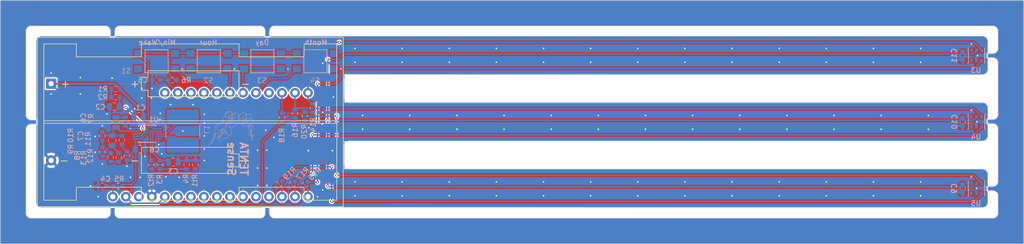
<source format=kicad_pcb>
(kicad_pcb (version 20221018) (generator pcbnew)
  (layers (0 "F.Cu" signal) (31 "B.Cu" signal) (34 "B.Paste" user) (35 "F.Paste" user) (36 "B.SilkS" user "B.Silkscreen") (37 "F.SilkS" user "F.Silkscreen") (38 "B.Mask" user) (39 "F.Mask" user) (44 "Edge.Cuts" user))
  (net 0 "")
  (net 1 "Vbatt")
  (net 2 "GND")
  (net 3 "!SHDN")
  (net 4 "Net-(U1-BURST)")
  (net 5 "Net-(U2-~{RESET})")
  (net 6 "Net-(U2-EN)")
  (net 7 "Net-(U1-FB)")
  (net 8 "Net-(C6-Pad2)")
  (net 9 "Net-(C7-Pad1)")
  (net 10 "VDD")
  (net 11 "Net-(U1-SW2)")
  (net 12 "Net-(U1-SW1)")
  (net 13 "Net-(R1-Pad2)")
  (net 14 "Net-(R3-Pad2)")
  (net 15 "Net-(U1-VC)")
  (net 16 "Net-(R8-Pad2)")
  (net 17 "SCL1")
  (net 18 "SDA1")
  (net 19 "SCL2")
  (net 20 "SDA2")
  (net 21 "SCL3")
  (net 22 "SDA3")
  (net 23 "Net-(Rt1-Pad1)")
  (net 24 "Net-(U1-RT)")
  (net 25 "MM")
  (net 26 "DD")
  (net 27 "HH")
  (net 28 "mm")
  (net 46 "Net-(R10-Pad1)")
  (net 47 "Net-(R11-Pad2)")
  (net 50 "Net-(R14-Pad1)")
  (footprint "Module:ESP32_Thing_Plus_C_hat" (layer "F.Cu") (at 35.330038 114.30004 -90)
    (fp_text reference "U2" hide)
    (fp_text value "THING_PLUS_LOGICAL" hide)
  )
  (footprint "Battery:BatteryHolder_Keystone_2462_2xAA_CM" (layer "F.Cu") (at 39.800038 101.10004)
    (fp_text reference "B1" hide)
    (fp_text value "2462")
  )
  (footprint "Resistor_SMD:R_0603_1608Metric" (layer "B.Cu") (at 59.3625 116.973 -90)
    (fp_text reference "Rt2")
    (fp_text value "4.7k" hide)
  )
  (footprint "Resistor_SMD:R_0603_1608Metric" (layer "B.Cu") (at 86.800038 120.80004 -135)
    (fp_text reference "R17")
    (fp_text value "10k" hide)
  )
  (footprint "Button:Button-CM" (layer "B.Cu") (at 80.950038 100.9765 180)
    (fp_text reference "S3")
    (fp_text value "TL3305AF160QG" hide)
  )
  (footprint "Capacitor_SMD:C_0603_1608Metric" (layer "B.Cu") (at 49.775 121.1 180)
    (fp_text reference "C4")
    (fp_text value "1u" hide)
  )
  (footprint "Capacitor_SMD:C_0805_2012Metric" (layer "B.Cu") (at 51.7 112.2 90)
    (fp_text reference "C7")
    (fp_text value "150p" hide)
  )
  (footprint "Resistor_SMD:R_0603_1608Metric" (layer "B.Cu") (at 89.300038 107.42504 90)
    (fp_text reference "R20")
    (fp_text value "0" hide)
  )
  (footprint "LOGO" (layer "B.Cu") (at 75 109.9 90)
    (fp_text reference "G***" hide)
    (fp_text value "LOGO" hide)
  )
  (footprint "Resistor_SMD:R_0603_1608Metric" (layer "B.Cu") (at 49.8 111.325 90)
    (fp_text reference "R10")
    (fp_text value "22k" hide)
  )
  (footprint "Capacitor_SMD:C_0603_1608Metric" (layer "B.Cu") (at 217.7 95.615 -90)
    (fp_text reference "C11")
    (fp_text value "100n" hide)
  )
  (footprint "Resistor_SMD:R_0603_1608Metric" (layer "B.Cu") (at 90.900038 105.90004 90)
    (fp_text reference "R14")
    (fp_text value "10k" hide)
  )
  (footprint "AHT20:PSON100P300X300X110-6N" (layer "B.Cu") (at 220.4 121.55 -90)
    (fp_text reference "U5")
    (fp_text value "AHT20" hide)
  )
  (footprint "Inductor_SMD:L_2424_6060Metric" (layer "B.Cu") (at 65.5 110.35 90)
    (fp_text reference "L1")
    (fp_text value "4.7u" hide)
  )
  (footprint "Resistor_SMD:R_0603_1608Metric" (layer "B.Cu") (at 63.475038 100.40004 180)
    (fp_text reference "R6")
    (fp_text value "10k" hide)
  )
  (footprint "Button:Button-CM" (layer "B.Cu") (at 60.300038 100.9765 180)
    (fp_text reference "S1")
    (fp_text value "TL3305AF160QG" hide)
  )
  (footprint "Resistor_SMD:R_0603_1608Metric" (layer "B.Cu") (at 52.375 103.75)
    (fp_text reference "R2")
    (fp_text value "100k" hide)
  )
  (footprint "Button:Button-CM" (layer "B.Cu") (at 70.500038 100.9765 180)
    (fp_text reference "S2")
    (fp_text value "TL3305AF160QG" hide)
  )
  (footprint "Resistor_SMD:R_0603_1608Metric" (layer "B.Cu") (at 67.95 116.948 90)
    (fp_text reference "Rt1")
    (fp_text value "82k" hide)
  )
  (footprint "Resistor_SMD:R_0603_1608Metric" (layer "B.Cu") (at 89.283401 120.916677 -135)
    (fp_text reference "R15")
    (fp_text value "10k" hide)
  )
  (footprint "Resistor_SMD:R_0603_1608Metric" (layer "B.Cu") (at 54.6 115.2 -90)
    (fp_text reference "R12")
    (fp_text value "100k" hide)
  )
  (footprint "Resistor_SMD:R_0603_1608Metric" (layer "B.Cu") (at 66.25 116.948 90)
    (fp_text reference "R4")
    (fp_text value "100k" hide)
  )
  (footprint "Capacitor_SMD:C_0805_2012Metric" (layer "B.Cu") (at 52.45 108.625 90)
    (fp_text reference "C6")
    (fp_text value "150p" hide)
  )
  (footprint "AHT20:PSON100P300X300X110-6N" (layer "B.Cu") (at 220.4 95.565 -90)
    (fp_text reference "U3")
    (fp_text value "AHT20" hide)
  )
  (footprint "Capacitor_SMD:C_0805_2012Metric" (layer "B.Cu") (at 56.9 107.5 180)
    (fp_text reference "C1")
    (fp_text value "4.7u" hide)
  )
  (footprint "Capacitor_SMD:C_0805_2012Metric" (layer "B.Cu") (at 57.2 113.9)
    (fp_text reference "C8")
    (fp_text value "22u" hide)
  )
  (footprint "LTC3532:MSOP-10_MS_LIT" (layer "B.Cu") (at 58.533652 110.87428 180)
    (fp_text reference "U1")
    (fp_text value "LTC3532EMS-PBF" hide)
  )
  (footprint "Resistor_SMD:R_0603_1608Metric" (layer "B.Cu") (at 84.283401 120.716677 -135)
    (fp_text reference "R19")
    (fp_text value "10k" hide)
  )
  (footprint "Resistor_SMD:R_0603_1608Metric" (layer "B.Cu") (at 53 115.5 90)
    (fp_text reference "R13")
    (fp_text value "1k" hide)
  )
  (footprint "Resistor_SMD:R_0603_1608Metric" (layer "B.Cu") (at 54.3 108.5 -90)
    (fp_text reference "R7")
    (fp_text value "12k" hide)
  )
  (footprint "Resistor_SMD:R_0603_1608Metric" (layer "B.Cu") (at 52.375 102.15 180)
    (fp_text reference "R1")
    (fp_text value "100k" hide)
  )
  (footprint "Resistor_SMD:R_0603_1608Metric" (layer "B.Cu") (at 61.0625 116.948 -90)
    (fp_text reference "R3")
    (fp_text value "100k" hide)
  )
  (footprint "Capacitor_SMD:C_0805_2012Metric" (layer "B.Cu") (at 63.65 116.448)
    (fp_text reference "C3")
    (fp_text value "0.01u" hide)
  )
  (footprint "Capacitor_SMD:C_0603_1608Metric" (layer "B.Cu") (at 217.7 121.575 -90)
    (fp_text reference "C9")
    (fp_text value "100n" hide)
  )
  (footprint "Capacitor_SMD:C_0603_1608Metric" (layer "B.Cu") (at 217.700038 108.55004 -90)
    (fp_text reference "C10")
    (fp_text value "100n" hide)
  )
  (footprint "Resistor_SMD:R_0603_1608Metric" (layer "B.Cu") (at 84.860038 107.70004 90)
    (fp_text reference "R18")
    (fp_text value "10k" hide)
  )
  (footprint "Button:Button-CM" (layer "B.Cu") (at 91.300038 100.9765 180)
    (fp_text reference "S4")
    (fp_text value "TL3305AF160QG" hide)
  )
  (footprint "Capacitor_SMD:C_0805_2012Metric" (layer "B.Cu") (at 52.15 105.55 180)
    (fp_text reference "C2")
    (fp_text value "4.7n" hide)
  )
  (footprint "AHT20:PSON100P300X300X110-6N" (layer "B.Cu") (at 220.400038 108.55004 -90)
    (fp_text reference "U4")
    (fp_text value "AHT20" hide)
  )
  (footprint "Capacitor_SMD:C_0603_1608Metric" (layer "B.Cu") (at 60.300038 100.40004 180)
    (fp_text reference "C5")
    (fp_text value "1u" hide)
  )
  (footprint "Resistor_SMD:R_0603_1608Metric" (layer "B.Cu") (at 53.6 112.1 -90)
    (fp_text reference "R11")
    (fp_text value "100k" hide)
  )
  (footprint "Resistor_SMD:R_0603_1608Metric" (layer "B.Cu") (at 49.8 114.45 90)
    (fp_text reference "R9")
    (fp_text value "150k" hide)
  )
  (footprint "Resistor_SMD:R_0603_1608Metric" (layer "B.Cu") (at 52.875 121.1 180)
    (fp_text reference "R5")
    (fp_text value "10k" hide)
  )
  (footprint "Resistor_SMD:R_0603_1608Metric" (layer "B.Cu") (at 51.4 115.5 90)
    (fp_text reference "R8")
    (fp_text value "150k" hide)
  )
  (footprint "Resistor_SMD:R_0603_1608Metric" (layer "B.Cu") (at 87.400038 106.92504 90)
    (fp_text reference "R16")
    (fp_text value "10k" hide)
  )
  (gr_arc (start 224.6 94.2) (mid 224.307107 94.907107) (end 223.6 95.2) (stroke (width 0.1)) (layer "Edge.Cuts"))
  (gr_arc (start 224.6 107.1) (mid 224.307107 107.807107) (end 223.6 108.1) (stroke (width 0.1)) (layer "Edge.Cuts"))
  (gr_line (start 83.8 125.3) (end 221.600038 125.30004) (stroke (width 0.1)) (layer "Edge.Cuts"))
  (gr_arc (start 97.000038 113.30004) (mid 97.292931 112.592933) (end 98.000038 112.30004) (stroke (width 0.1)) (layer "Edge.Cuts"))
  (gr_line (start 223.6 121.2) (end 223.6 121.2) (stroke (width 0.1)) (layer "Edge.Cuts"))
  (gr_line (start 222.6 106.7) (end 222.6 108.1) (stroke (width 0.1)) (layer "Edge.Cuts"))
  (gr_line (start 222.6 96) (end 222.6 97.4) (stroke (width 0.1)) (layer "Edge.Cuts"))
  (gr_rect (start 29.9 84.8) (end 229.6 132.4) (stroke (width 0.1)) (fill none) (layer "Edge.Cuts"))
  (gr_arc (start 221.6 91.8) (mid 222.307107 92.092893) (end 222.6 92.8) (stroke (width 0.1)) (layer "Edge.Cuts"))
  (gr_line (start 222.6 92.8) (end 222.6 92.8) (stroke (width 0.1)) (layer "Edge.Cuts"))
  (gr_arc (start 224.6 120.2) (mid 224.307107 120.907107) (end 223.6 121.2) (stroke (width 0.1)) (layer "Edge.Cuts"))
  (gr_line (start 36.9 105.8) (end 36.9 106.8) (stroke (width 0.1)) (layer "Edge.Cuts"))
  (gr_line (start 51.4 126.4) (end 51.4 126.3) (stroke (width 0.1)) (layer "Edge.Cuts"))
  (gr_line (start 224.6 105.7) (end 224.6 98.4) (stroke (width 0.1)) (layer "Edge.Cuts"))
  (gr_line (start 81.6 125.3) (end 81.6 126.3) (stroke (width 0.1)) (layer "Edge.Cuts"))
  (gr_line (start 223.6 108.9) (end 223.6 108.9) (stroke (width 0.1)) (layer "Edge.Cuts"))
  (gr_arc (start 223.6 96) (mid 224.307107 96.292893) (end 224.6 97) (stroke (width 0.1)) (layer "Edge.Cuts"))
  (gr_line (start 84.8 127.4) (end 83.4 127.4) (stroke (width 0.1)) (layer "Edge.Cuts"))
  (gr_line (start 224.6 126.4) (end 224.6 124.4) (stroke (width 0.1)) (layer "Edge.Cuts"))
  (gr_line (start 222.6 122) (end 223.6 122) (stroke (width 0.1)) (layer "Edge.Cuts"))
  (gr_arc (start 53.2 127.4) (mid 52.492893 127.107107) (end 52.2 126.4) (stroke (width 0.1)) (layer "Edge.Cuts"))
  (gr_arc (start 97.000038 100.3) (mid 97.292934 99.592907) (end 98.000038 99.3) (stroke (width 0.1)) (layer "Edge.Cuts"))
  (gr_line (start 35.9 89.8) (end 49 89.8) (stroke (width 0.1)) (layer "Edge.Cuts"))
  (gr_line (start 84.8 91.8) (end 83.8 91.8) (stroke (width 0.1)) (layer "Edge.Cuts"))
  (gr_arc (start 80.6 89.8) (mid 81.307107 90.092893) (end 81.6 90.8) (stroke (width 0.1)) (layer "Edge.Cuts"))
  (gr_line (start 222.6 106.7) (end 222.6 105.8) (stroke (width 0.1)) (layer "Edge.Cuts"))
  (gr_line (start 36.9 124.3) (end 36.9 111.4) (stroke (width 0.1)) (layer "Edge.Cuts"))
  (gr_line (start 79.2 125.3) (end 80.2 125.3) (stroke (width 0.1)) (layer "Edge.Cuts"))
  (gr_arc (start 98.000038 117.80004) (mid 97.292931 117.507147) (end 97.000038 116.80004) (stroke (width 0.1)) (layer "Edge.Cuts"))
  (gr_line (start 81.6 126.4) (end 81.6 126.3) (stroke (width 0.1)) (layer "Edge.Cuts"))
  (gr_line (start 34.9 110) (end 34.9 111.4) (stroke (width 0.1)) (layer "Edge.Cuts"))
  (gr_line (start 51.4 90.8) (end 51.4 91.8) (stroke (width 0.1)) (layer "Edge.Cuts"))
  (gr_line (start 36.9 109) (end 35.9 109) (stroke (width 0.1)) (layer "Edge.Cuts"))
  (gr_line (start 222.6 121.2) (end 223.6 121.2) (stroke (width 0.1)) (layer "Edge.Cuts"))
  (gr_arc (start 223.6 89.8) (mid 224.307107 90.092893) (end 224.6 90.8) (stroke (width 0.1)) (layer "Edge.Cuts"))
  (gr_line (start 224.6 120.2) (end 224.6 118.8) (stroke (width 0.1)) (layer "Edge.Cuts"))
  (gr_line (start 35.9 108.2) (end 35.9 108.2) (stroke (width 0.1)) (layer "Edge.Cuts"))
  (gr_line (start 98.000038 112.30004) (end 221.600038 112.30004) (stroke (width 0.1)) (layer "Edge.Cuts"))
  (gr_line (start 222.6 108.9) (end 222.6 110.3) (stroke (width 0.1)) (layer "Edge.Cuts"))
  (gr_line (start 223.6 108.1) (end 223.6 108.1) (stroke (width 0.1)) (layer "Edge.Cuts"))
  (gr_line (start 52.2 90.8) (end 52.2 91.8) (stroke (width 0.1)) (layer "Edge.Cuts"))
  (gr_line (start 84.8 91.8) (end 221.6 91.8) (stroke (width 0.1)) (layer "Edge.Cuts"))
  (gr_line (start 223.6 122) (end 223.6 122) (stroke (width 0.1)) (layer "Edge.Cuts"))
  (gr_line (start 36.9 111.4) (end 36.9 110.4) (stroke (width 0.1)) (layer "Edge.Cuts"))
  (gr_line (start 34.9 105.8) (end 34.9 90.8) (stroke (width 0.1)) (layer "Edge.Cuts"))
  (gr_line (start 223.6 95.2) (end 222.6 95.2) (stroke (width 0.1)) (layer "Edge.Cuts"))
  (gr_line (start 83.8 125.3) (end 82.4 125.3) (stroke (width 0.1)) (layer "Edge.Cuts"))
  (gr_line (start 52.2 90.8) (end 52.2 90.8) (stroke (width 0.1)) (layer "Edge.Cuts"))
  (gr_line (start 35.9 127.4) (end 49 127.4) (stroke (width 0.1)) (layer "Edge.Cuts"))
  (gr_line (start 224.6 97) (end 224.6 98.4) (stroke (width 0.1)) (layer "Edge.Cuts"))
  (gr_line (start 54.6 91.8) (end 53.6 91.8) (stroke (width 0.1)) (layer "Edge.Cuts"))
  (gr_arc (start 34.9 110) (mid 35.192893 109.292893) (end 35.9 109) (stroke (width 0.1)) (layer "Edge.Cuts"))
  (gr_line (start 82.4 126.3) (end 82.4 126.4) (stroke (width 0.1)) (layer "Edge.Cuts"))
  (gr_line (start 35.9 109) (end 35.9 109) (stroke (width 0.1)) (layer "Edge.Cuts"))
  (gr_line (start 221.6 99.3) (end 98.000038 99.3) (stroke (width 0.1)) (layer "Edge.Cuts"))
  (gr_line (start 49 91.8) (end 37.9 91.8) (stroke (width 0.1)) (layer "Edge.Cuts"))
  (gr_line (start 36.9 108.2) (end 36.9 106.8) (stroke (width 0.1)) (layer "Edge.Cuts"))
  (gr_line (start 80.6 89.8) (end 79.2 89.8) (stroke (width 0.1)) (layer "Edge.Cuts"))
  (gr_line (start 80.6 127.4) (end 79.2 127.4) (stroke (width 0.1)) (layer "Edge.Cuts"))
  (gr_line (start 50.4 89.8) (end 49 89.8) (stroke (width 0.1)) (layer "Edge.Cuts"))
  (gr_line (start 224.6 92.8) (end 224.6 94.2) (stroke (width 0.1)) (layer "Edge.Cuts"))
  (gr_line (start 222.6 118.8) (end 222.6 119.8) (stroke (width 0.1)) (layer "Edge.Cuts"))
  (gr_line (start 222.6 92.8) (end 222.6 93.8) (stroke (width 0.1)) (layer "Edge.Cuts"))
  (gr_line (start 54.6 127.4) (end 79.2 127.4) (stroke (width 0.1)) (layer "Edge.Cuts"))
  (gr_line (start 52.2 125.3) (end 52.2 126.3) (stroke (width 0.1)) (layer "Edge.Cuts"))
  (gr_line (start 54.6 89.8) (end 79.2 89.8) (stroke (width 0.1)) (layer "Edge.Cuts"))
  (gr_line (start 79.2 125.3) (end 54.6 125.3) (stroke (width 0.1)) (layer "Edge.Cuts"))
  (gr_line (start 84.8 127.4) (end 223.6 127.4) (stroke (width 0.1)) (layer "Edge.Cuts"))
  (gr_line (start 97.000038 116.80004) (end 97.000038 113.30004) (stroke (width 0.1)) (layer "Edge.Cuts"))
  (gr_arc (start 52.2 90.8) (mid 52.492893 90.092893) (end 53.2 89.8) (stroke (width 0.1)) (layer "Edge.Cuts"))
  (gr_arc (start 222.600038 124.30004) (mid 222.307145 125.007147) (end 221.600038 125.30004) (stroke (width 0.1)) (layer "Edge.Cuts"))
  (gr_line (start 224.6 124.4) (end 224.6 123) (stroke (width 0.1)) (layer "Edge.Cuts"))
  (gr_line (start 49 91.8) (end 50 91.8) (stroke (width 0.1)) (layer "Edge.Cuts"))
  (gr_line (start 224.6 111.3) (end 224.6 118.8) (stroke (width 0.1)) (layer "Edge.Cuts"))
  (gr_line (start 36.9 92.8) (end 36.9 105.8) (stroke (width 0.1)) (layer "Edge.Cuts"))
  (gr_line (start 222.6 119.8) (end 222.6 121.2) (stroke (width 0.1)) (layer "Edge.Cuts"))
  (gr_line (start 222.6 95.2) (end 222.6 93.8) (stroke (width 0.1)) (layer "Edge.Cuts"))
  (gr_line (start 52.2 126.3) (end 52.2 126.4) (stroke (width 0.1)) (layer "Edge.Cuts"))
  (gr_line (start 80.2 125.3) (end 81.6 125.3) (stroke (width 0.1)) (layer "Edge.Cuts"))
  (gr_line (start 222.6 118.8) (end 222.6 118.8) (stroke (width 0.1)) (layer "Edge.Cuts"))
  (gr_line (start 81.6 91.8) (end 80.2 91.8) (stroke (width 0.1)) (layer "Edge.Cuts"))
  (gr_line (start 221.600038 104.80004) (end 98.000038 104.80004) (stroke (width 0.1)) (layer "Edge.Cuts"))
  (gr_line (start 223.6 95.2) (end 223.6 95.2) (stroke (width 0.1)) (layer "Edge.Cuts"))
  (gr_line (start 82.4 90.8) (end 82.4 90.8) (stroke (width 0.1)) (layer "Edge.Cuts"))
  (gr_line (start 36.9 110.4) (end 36.9 109) (stroke (width 0.1)) (layer "Edge.Cuts"))
  (gr_line (start 51.4 90.8) (end 51.4 90.8) (stroke (width 0.1)) (layer "Edge.Cuts"))
  (gr_line (start 223.6 96) (end 222.6 96) (stroke (width 0.1)) (layer "Edge.Cuts"))
  (gr_arc (start 35.9 108.2) (mid 35.192893 107.907107) (end 34.9 107.2) (stroke (width 0.1)) (layer "Edge.Cuts"))
  (gr_arc (start 221.6 104.8) (mid 222.307107 105.092893) (end 222.6 105.8) (stroke (width 0.1)) (layer "Edge.Cuts"))
  (gr_arc (start 34.9 90.8) (mid 35.192893 90.092893) (end 35.9 89.8) (stroke (width 0.1)) (layer "Edge.Cuts"))
  (gr_line (start 52.2 125.3) (end 53.6 125.3) (stroke (width 0.1)) (layer "Edge.Cuts"))
  (gr_arc (start 81.6 126.4) (mid 81.307107 127.107107) (end 80.6 127.4) (stroke (width 0.1)) (layer "Edge.Cuts"))
  (gr_line (start 51.4 125.3) (end 51.4 126.3) (stroke (width 0.1)) (layer "Edge.Cuts"))
  (gr_line (start 223.6 108.1) (end 222.6 108.1) (stroke (width 0.1)) (layer "Edge.Cuts"))
  (gr_line (start 223.6 89.8) (end 84.8 89.8) (stroke (width 0.1)) (layer "Edge.Cuts"))
  (gr_line (start 222.6 123.4) (end 222.600038 124.30004) (stroke (width 0.1)) (layer "Edge.Cuts"))
  (gr_line (start 35.9 108.2) (end 36.9 108.2) (stroke (width 0.1)) (layer "Edge.Cuts"))
  (gr_arc (start 223.6 108.9) (mid 224.307107 109.192893) (end 224.6 109.9) (stroke (width 0.1)) (layer "Edge.Cuts"))
  (gr_line (start 84.8 89.8) (end 83.4 89.8) (stroke (width 0.1)) (layer "Edge.Cuts"))
  (gr_arc (start 222.6 98.3) (mid 222.307107 99.007107) (end 221.6 99.3) (stroke (width 0.1)) (layer "Edge.Cuts"))
  (gr_line (start 82.4 125.3) (end 82.4 126.3) (stroke (width 0.1)) (layer "Edge.Cuts"))
  (gr_arc (start 51.4 126.4) (mid 51.107107 127.107107) (end 50.4 127.4) (stroke (width 0.1)) (layer "Edge.Cuts"))
  (gr_line (start 221.6 117.8) (end 98.000038 117.80004) (stroke (width 0.1)) (layer "Edge.Cuts"))
  (gr_arc (start 222.6 111.3) (mid 222.307107 112.007107) (end 221.6 112.3) (stroke (width 0.1)) (layer "Edge.Cuts"))
  (gr_line (start 50 91.8) (end 51.4 91.8) (stroke (width 0.1)) (layer "Edge.Cuts"))
  (gr_line (start 222.6 97.4) (end 222.6 98.3) (stroke (width 0.1)) (layer "Edge.Cuts"))
  (gr_arc (start 98.000038 104.80004) (mid 97.292931 104.507147) (end 97.000038 103.80004) (stroke (width 0.1)) (layer "Edge.Cuts"))
  (gr_line (start 81.6 90.8) (end 81.6 91.8) (stroke (width 0.1)) (layer "Edge.Cuts"))
  (gr_line (start 54.6 125.3) (end 53.6 125.3) (stroke (width 0.1)) (layer "Edge.Cuts"))
  (gr_arc (start 221.6 117.8) (mid 222.307107 118.092893) (end 222.6 118.8) (stroke (width 0.1)) (layer "Edge.Cuts"))
  (gr_arc (start 82.4 90.8) (mid 82.692893 90.092893) (end 83.4 89.8) (stroke (width 0.1)) (layer "Edge.Cuts"))
  (gr_line (start 81.6 90.8) (end 81.6 90.8) (stroke (width 0.1)) (layer "Edge.Cuts"))
  (gr_line (start 222.6 111.3) (end 222.6 111.3) (stroke (width 0.1)) (layer "Edge.Cuts"))
  (gr_line (start 79.2 91.8) (end 54.6 91.8) (stroke (width 0.1)) (layer "Edge.Cuts"))
  (gr_line (start 223.6 108.9) (end 222.6 108.9) (stroke (width 0.1)) (layer "Edge.Cuts"))
  (gr_line (start 34.9 111.4) (end 34.9 126.4) (stroke (width 0.1)) (layer "Edge.Cuts"))
  (gr_arc (start 83.4 127.4) (mid 82.692893 127.107107) (end 82.4 126.4) (stroke (width 0.1)) (layer "Edge.Cuts"))
  (gr_line (start 222.6 110.3) (end 222.6 111.3) (stroke (width 0.1)) (layer "Edge.Cuts"))
  (gr_arc (start 223.6 122) (mid 224.307107 122.292893) (end 224.6 123) (stroke (width 0.1)) (layer "Edge.Cuts"))
  (gr_line (start 222.6 122) (end 222.6 123.4) (stroke (width 0.1)) (layer "Edge.Cuts"))
  (gr_line (start 49 125.3) (end 50 125.3) (stroke (width 0.1)) (layer "Edge.Cuts"))
  (gr_line (start 50 125.3) (end 51.4 125.3) (stroke (width 0.1)) (layer "Edge.Cuts"))
  (gr_line (start 52.2 91.8) (end 53.6 91.8) (stroke (width 0.1)) (layer "Edge.Cuts"))
  (gr_line (start 83.8 91.8) (end 82.4 91.8) (stroke (width 0.1)) (layer "Edge.Cuts"))
  (gr_line (start 49 125.3) (end 37.9 125.3) (stroke (width 0.1)) (layer "Edge.Cuts"))
  (gr_arc (start 35.9 127.4) (mid 35.192893 127.107107) (end 34.9 126.4) (stroke (width 0.1)) (layer "Edge.Cuts"))
  (gr_line (start 54.6 127.4) (end 53.2 127.4) (stroke (width 0.1)) (layer "Edge.Cuts"))
  (gr_line (start 80.2 91.8) (end 79.2 91.8) (stroke (width 0.1)) (layer "Edge.Cuts"))
  (gr_line (start 224.6 107.1) (end 224.6 105.7) (stroke (width 0.1)) (layer "Edge.Cuts"))
  (gr_line (start 34.9 105.8) (end 34.9 107.2) (stroke (width 0.1)) (layer "Edge.Cuts"))
  (gr_arc (start 37.9 125.3) (mid 37.192893 125.007107) (end 36.9 124.3) (stroke (width 0.1)) (layer "Edge.Cuts"))
  (gr_line (start 224.6 92.8) (end 224.6 90.8) (stroke (width 0.1)) (layer "Edge.Cuts"))
  (gr_arc (start 224.6 126.4) (mid 224.307107 127.107107) (end 223.6 127.4) (stroke (width 0.1)) (layer "Edge.Cuts"))
  (gr_line (start 50.4 127.4) (end 49 127.4) (stroke (width 0.1)) (layer "Edge.Cuts"))
  (gr_arc (start 36.9 92.8) (mid 37.192893 92.092893) (end 37.9 91.8) (stroke (width 0.1)) (layer "Edge.Cuts"))
  (gr_line (start 54.6 89.8) (end 53.2 89.8) (stroke (width 0.1)) (layer "Edge.Cuts"))
  (gr_line (start 224.6 111.3) (end 224.6 109.9) (stroke (width 0.1)) (layer "Edge.Cuts"))
  (gr_arc (start 50.4 89.8) (mid 51.107107 90.092893) (end 51.4 90.8) (stroke (width 0.1)) (layer "Edge.Cuts"))
  (gr_line (start 97.000038 103.80004) (end 97.000038 100.3) (stroke (width 0.1)) (layer "Edge.Cuts"))
  (gr_line (start 82.4 91.8) (end 82.4 90.8) (stroke (width 0.1)) (layer "Edge.Cuts"))
  (gr_text "Min/Wake" (at 60.5 93.6) (layer "B.SilkS") (effects (font (size 1 1)) (justify bottom mirror)))
  (gr_text "Hour" (at 70.500038 93.6) (layer "B.SilkS") (effects (font (size 1 1)) (justify bottom mirror)))
  (gr_text "TENTA\nSense" (at 76.2 115.8 -90) (layer "B.SilkS") (effects (font (size 1.5 1.5) (thickness 0.3) bold) (justify mirror)))
  (gr_text "Day" (at 81.000038 93.6) (layer "B.SilkS") (effects (font (size 1 1)) (justify bottom mirror)))
  (gr_text "Month" (at 91.5 93.6) (layer "B.SilkS") (effects (font (size 1 1)) (justify bottom mirror)))
  (segment (start 41.8 103.100002) (end 39.800038 101.10004) (width 0.254) (layer "F.Cu") (net 1))
  (segment (start 62.000038 123.19004) (end 60.733238 124.45684) (width 0.254) (layer "F.Cu") (net 1))
  (segment (start 41.8 119.7) (end 41.8 103.100002) (width 0.254) (layer "F.Cu") (net 1))
  (segment (start 46.55684 124.45684) (end 41.8 119.7) (width 0.254) (layer "F.Cu") (net 1))
  (segment (start 60.733238 124.45684) (end 46.55684 124.45684) (width 0.254) (layer "F.Cu") (net 1))
  (segment (start 52.18999 101.10004) (end 57.85 106.76005) (width 0.4) (layer "B.Cu") (net 1))
  (segment (start 57.85 106.76005) (end 57.85 107.5) (width 0.4) (layer "B.Cu") (net 1))
  (segment (start 58.288538 110.363694) (end 58.288538 107.938538) (width 0.254) (layer "B.Cu") (net 1))
  (segment (start 39.800038 101.10004) (end 52.18999 101.10004) (width 0.4) (layer "B.Cu") (net 1))
  (segment (start 57.277572 111.37466) (end 58.288538 110.363694) (width 0.254) (layer "B.Cu") (net 1))
  (segment (start 56.317502 111.37466) (end 57.277572 111.37466) (width 0.254) (layer "B.Cu") (net 1))
  (segment (start 58.288538 107.938538) (end 57.85 107.5) (width 0.254) (layer "B.Cu") (net 1))
  (segment (start 92.800038 108.92654) (end 92.713288 109.01329) (width 0.254) (layer "F.Cu") (net 2))
  (segment (start 92.800038 121.85004) (end 92.800038 109.10004) (width 0.254) (layer "F.Cu") (net 2))
  (segment (start 92.800038 109.10004) (end 92.713288 109.01329) (width 0.254) (layer "F.Cu") (net 2))
  (segment (start 92.800038 106.699962) (end 92.8 106.7) (width 0.254) (layer "F.Cu") (net 2))
  (segment (start 92.800038 97.10004) (end 92.800038 106.699962) (width 0.254) (layer "F.Cu") (net 2))
  (segment (start 92.8 106.7) (end 92.800038 106.700038) (width 0.254) (layer "F.Cu") (net 2))
  (segment (start 92.800038 106.700038) (end 92.800038 108.92654) (width 0.254) (layer "F.Cu") (net 2))
  (via (at 172.7 120.3) (size 0.6) (drill 0.3) (layers "F.Cu" "B.Cu") (net 2))
  (via (at 54.6 117.2) (size 0.6) (drill 0.3) (layers "F.Cu" "B.Cu") (net 2))
  (via (at 99.1 120.3) (size 0.6) (drill 0.3) (layers "F.Cu" "B.Cu") (net 2))
  (via (at 94.7 114.2) (size 0.6) (drill 0.3) (layers "F.Cu" "B.Cu") (net 2))
  (via (at 163.5 94.2) (size 0.6) (drill 0.3) (layers "F.Cu" "B.Cu") (net 2))
  (via (at 59.4 103.9) (size 0.6) (drill 0.3) (layers "F.Cu" "B.Cu") (net 2))
  (via (at 108.3 96.9) (size 0.6) (drill 0.3) (layers "F.Cu" "B.Cu") (net 2))
  (via (at 100.599962 110) (size 0.6) (drill 0.3) (layers "F.Cu" "B.Cu") (net 2))
  (via (at 45.5 99.9) (size 0.6) (drill 0.3) (layers "F.Cu" "B.Cu") (net 2))
  (via (at 61.4 114.8) (size 0.6) (drill 0.3) (layers "F.Cu" "B.Cu") (net 2))
  (via (at 92.8 106.7) (size 0.6) (drill 0.3) (layers "F.Cu" "B.Cu") (net 2))
  (via (at 80.1 114.1) (size 0.6) (drill 0.3) (layers "F.Cu" "B.Cu") (net 2))
  (via (at 47.5 121.1) (size 0.6) (drill 0.3) (layers "F.Cu" "B.Cu") (net 2))
  (via (at 117.5 123) (size 0.6) (drill 0.3) (layers "F.Cu" "B.Cu") (net 2))
  (via (at 135.9 123) (size 0.6) (drill 0.3) (layers "F.Cu" "B.Cu") (net 2))
  (via (at 56.1 106) (size 0.6) (drill 0.3) (layers "F.Cu" "B.Cu") (net 2))
  (via (at 210.999962 107.3) (size 0.6) (drill 0.3) (layers "F.Cu" "B.Cu") (net 2))
  (via (at 67.5 105.2) (size 0.6) (drill 0.3) (layers "F.Cu" "B.Cu") (net 2))
  (via (at 69.7 111.3) (size 0.6) (drill 0.3) (layers "F.Cu" "B.Cu") (net 2))
  (via (at 181.9 120.3) (size 0.6) (drill 0.3) (layers "F.Cu" "B.Cu") (net 2))
  (via (at 145.1 120.3) (size 0.6) (drill 0.3) (layers "F.Cu" "B.Cu") (net 2))
  (via (at 69.7 108.8) (size 0.6) (drill 0.3) (layers "F.Cu" "B.Cu") (net 2))
  (via (at 200.3 96.9) (size 0.6) (drill 0.3) (layers "F.Cu" "B.Cu") (net 2))
  (via (at 92.713288 109.01329) (size 0.6) (drill 0.3) (layers "F.Cu" "B.Cu") (net 2))
  (via (at 49.8 116.8) (size 0.6) (drill 0.3) (layers "F.Cu" "B.Cu") (net 2))
  (via (at 146.599962 107.3) (size 0.6) (drill 0.3) (layers "F.Cu" "B.Cu") (net 2))
  (via (at 192.599962 107.3) (size 0.6) (drill 0.3) (layers "F.Cu" "B.Cu") (net 2))
  (via (at 181.9 96.9) (size 0.6) (drill 0.3) (layers "F.Cu" "B.Cu") (net 2))
  (via (at 163.5 96.9) (size 0.6) (drill 0.3) (layers "F.Cu" "B.Cu") (net 2))
  (via (at 200.3 120.3) (size 0.6) (drill 0.3) (layers "F.Cu" "B.Cu") (net 2))
  (via (at 154.3 94.2) (size 0.6) (drill 0.3) (layers "F.Cu" "B.Cu") (net 2))
  (via (at 191.1 94.2) (size 0.6) (drill 0.3) (layers "F.Cu" "B.Cu") (net 2))
  (via (at 146.599962 110) (size 0.6) (drill 0.3) (layers "F.Cu" "B.Cu") (net 2))
  (via (at 201.799962 107.3) (size 0.6) (drill 0.3) (layers "F.Cu" "B.Cu") (net 2))
  (via (at 81.7 110.2) (size 0.6) (drill 0.3) (layers "F.Cu" "B.Cu") (net 2))
  (via (at 191.1 120.3) (size 0.6) (drill 0.3) (layers "F.Cu" "B.Cu") (net 2))
  (via (at 192.599962 110) (size 0.6) (drill 0.3) (layers "F.Cu" "B.Cu") (net 2))
  (via (at 172.7 96.9) (size 0.6) (drill 0.3) (layers "F.Cu" "B.Cu") (net 2))
  (via (at 48.4 111.4) (size 0.6) (drill 0.3) (layers "F.Cu" "B.Cu") (net 2))
  (via (at 154.3 120.3) (size 0.6) (drill 0.3) (layers "F.Cu" "B.Cu") (net 2))
  (via (at 209.5 96.9) (size 0.6) (drill 0.3) (layers "F.Cu" "B.Cu") (net 2))
  (via (at 91.8 123.2) (size 0.6) (drill 0.3) (layers "F.Cu" "B.Cu") (net 2))
  (via (at 155.799962 107.3) (size 0.6) (drill 0.3) (layers "F.Cu" "B.Cu") (net 2))
  (via (at 108.3 123) (size 0.6) (drill 0.3) (layers "F.Cu" "B.Cu") (net 2))
  (via (at 135.9 96.9) (size 0.6) (drill 0.3) (layers "F.Cu" "B.Cu") (net 2))
  (via (at 81.9 114.1) (size 0.6) (drill 0.3) (layers "F.Cu" "B.Cu") (net 2))
  (via (at 55.3 119.4) (size 0.6) (drill 0.3) (layers "F.Cu" "B.Cu") (net 2))
  (via (at 128.199962 110) (size 0.6) (drill 0.3) (layers "F.Cu" "B.Cu") (net 2))
  (via (at 200.3 123) (size 0.6) (drill 0.3) (layers "F.Cu" "B.Cu") (net 2))
  (via (at 145.1 123) (size 0.6) (drill 0.3) (layers "F.Cu" "B.Cu") (net 2))
  (via (at 61.1 106.9) (size 0.6) (drill 0.3) (layers "F.Cu" "B.Cu") (net 2))
  (via (at 60.8 113) (size 0.6) (drill 0.3) (layers "F.Cu" "B.Cu") (net 2))
  (via (at 174.199962 110) (size 0.6) (drill 0.3) (layers "F.Cu" "B.Cu") (net 2))
  (via (at 64.8 119.4) (size 0.6) (drill 0.3) (layers "F.Cu" "B.Cu") (net 2))
  (via (at 59.5 102) (size 0.6) (drill 0.3) (layers "F.Cu" "B.Cu") (net 2))
  (via (at 210.999962 110) (size 0.6) (drill 0.3) (layers "F.Cu" "B.Cu") (net 2))
  (via (at 181.9 94.2) (size 0.6) (drill 0.3) (layers "F.Cu" "B.Cu") (net 2))
  (via (at 220.6 95.615) (size 0.6) (drill 0.3) (layers "F.Cu" "B.Cu") (net 2))
  (via (at 209.5 120.3) (size 0.6) (drill 0.3) (layers "F.Cu" "B.Cu") (net 2))
  (via (at 220.5 108.55004) (size 0.6) (drill 0.3) (layers "F.Cu" "B.Cu") (net 2))
  (via (at 201.799962 110) (size 0.6) (drill 0.3) (layers "F.Cu" "B.Cu") (net 2))
  (via (at 145.1 94.2) (size 0.6) (drill 0.3) (layers "F.Cu" "B.Cu") (net 2))
  (via (at 49.8 109.3) (size 0.6) (drill 0.3) (layers "F.Cu" "B.Cu") (net 2))
  (via (at 49 123.2) (size 0.6) (drill 0.3) (layers "F.Cu" "B.Cu") (net 2))
  (via (at 126.7 120.3) (size 0.6) (drill 0.3) (layers "F.Cu" "B.Cu") (net 2))
  (via (at 100.599962 107.3) (size 0.6) (drill 0.3) (layers "F.Cu" "B.Cu") (net 2))
  (via (at 69.7 107.1) (size 0.6) (drill 0.3) (layers "F.Cu" "B.Cu") (net 2))
  (via (at 109.799962 110) (size 0.6) (drill 0.3) (layers "F.Cu" "B.Cu") (net 2))
  (via (at 90 114.2) (size 0.6) (drill 0.3) (layers "F.Cu" "B.Cu") (net 2))
  (via (at 118.999962 107.3) (size 0.6) (drill 0.3) (layers "F.Cu" "B.Cu") (net 2))
  (via (at 92.800038 97.10004) (size 0.6) (drill 0.3) (layers "F.Cu" "B.Cu") (net 2))
  (via (at 117.5 94.2) (size 0.6) (drill 0.3) (layers "F.Cu" "B.Cu") (net 2))
  (via (at 65.5 110.35) (size 0.6) (drill 0.3) (layers "F.Cu" "B.Cu") (net 2))
  (via (at 220.4 121.55) (size 0.6) (drill 0.3) (layers "F.Cu" "B.Cu") (net 2))
  (via (at 63.1 105.2) (size 0.6) (drill 0.3) (layers "F.Cu" "B.Cu") (net 2))
  (via (at 126.7 94.2) (size 0.6) (drill 0.3) (layers "F.Cu" "B.Cu") (net 2))
  (via (at 50.7 107) (size 0.6) (drill 0.3) (layers "F.Cu" "B.Cu") (net 2))
  (via (at 128.199962 107.3) (size 0.6) (drill 0.3) (layers "F.Cu" "B.Cu") (net 2))
  (via (at 155.799962 110) (size 0.6) (drill 0.3) (layers "F.Cu" "B.Cu") (net 2))
  (via (at 137.399962 110) (size 0.6) (drill 0.3) (layers "F.Cu" "B.Cu") (net 2))
  (via (at 183.399962 107.3) (size 0.6) (drill 0.3) (layers "F.Cu" "B.Cu") (net 2))
  (via (at 80.1 121) (size 0.6) (drill 0.3) (layers "F.Cu" "B.Cu") (net 2))
  (via (at 181.9 123) (size 0.6) (drill 0.3) (layers "F.Cu" "B.Cu") (net 2))
  (via (at 81.9 121) (size 0.6) (drill 0.3) (layers "F.Cu" "B.Cu") (net 2))
  (via (at 163.5 123) (size 0.6) (drill 0.3) (layers "F.Cu" "B.Cu") (net 2))
  (via (at 172.7 123) (size 0.6) (drill 0.3) (layers "F.Cu" "B.Cu") (net 2))
  (via (at 108.3 94.2) (size 0.6) (drill 0.3) (layers "F.Cu" "B.Cu") (net 2))
  (via (at 163.5 120.3) (size 0.6) (drill 0.3) (layers "F.Cu" "B.Cu") (net 2))
  (via (at 154.3 96.9) (size 0.6) (drill 0.3) (layers "F.Cu" "B.Cu") (net 2))
  (via (at 209.5 94.2) (size 0.6) (drill 0.3) (layers "F.Cu" "B.Cu") (net 2))
  (via (at 99.1 94.2) (size 0.6) (drill 0.3) (layers "F.Cu" "B.Cu") (net 2))
  (via (at 83.3 111.6) (size 0.6) (drill 0.3) (layers "F.Cu" "B.Cu") (net 2))
  (via (at 200.3 94.2) (size 0.6) (drill 0.3) (layers "F.Cu" "B.Cu") (net 2))
  (via (at 126.7 123) (size 0.6) (drill 0.3) (layers "F.Cu" "B.Cu") (net 2))
  (via (at 183.399962 110) (size 0.6) (drill 0.3) (layers "F.Cu" "B.Cu") (net 2))
  (via (at 126.7 96.9) (size 0.6) (drill 0.3) (layers "F.Cu" "B.Cu") (net 2))
  (via (at 135.9 120.3) (size 0.6) (drill 0.3) (layers "F.Cu" "B.Cu") (net 2))
  (via (at 92.800038 121.85004) (size 0.6) (drill 0.3) (layers "F.Cu" "B.Cu") (net 2))
  (via (at 108.3 120.3) (size 0.6) (drill 0.3) (layers "F.Cu" "B.Cu") (net 2))
  (via (at 209.5 123) (size 0.6) (drill 0.3) (layers "F.Cu" "B.Cu") (net 2))
  (via (at 117.5 120.3) (size 0.6) (drill 0.3) (layers "F.Cu" "B.Cu") (net 2))
  (via (at 94.9 103.7) (size 0.6) (drill 0.3) (layers "F.Cu" "B.Cu") (net 2))
  (via (at 99.1 123) (size 0.6) (drill 0.3) (layers "F.Cu" "B.Cu") (net 2))
  (via (at 80.1 117.6) (size 0.6) (drill 0.3) (layers "F.Cu" "B.Cu") (net 2))
  (via (at 57.5 102) (size 0.6) (drill 0.3) (layers "F.Cu" "B.Cu") (net 2))
  (via (at 118.999962 110) (size 0.6) (drill 0.3) (layers "F.Cu" "B.Cu") (net 2))
  (via (at 191.1 123) (size 0.6) (drill 0.3) (layers "F.Cu" "B.Cu") (net 2))
  (via (at 145.1 96.9) (size 0.6) (drill 0.3) (layers "F.Cu" "B.Cu") (net 2))
  (via (at 117.5 96.9) (size 0.6) (drill 0.3) (layers "F.Cu" "B.Cu") (net 2))
  (via (at 62.2 119.3) (size 0.6) (drill 0.3) (layers "F.Cu" "B.Cu") (net 2))
  (via (at 39.8 99) (size 0.6) (drill 0.3) (layers "F.Cu" "B.Cu") (net 2))
  (via (at 69.7 116.1) (size 0.6) (drill 0.3) (layers "F.Cu" "B.Cu") (net 2))
  (via (at 69.7 113.9) (size 0.6) (drill 0.3) (layers "F.Cu" "B.Cu") (net 2))
  (via (at 109.799962 107.3) (size 0.6) (drill 0.3) (layers "F.Cu" "B.Cu") (net 2))
  (via (at 51.7 100) (size 0.6) (drill 0.3) (layers "F.Cu" "B.Cu") (net 2))
  (via (at 48.4 114.5) (size 0.6) (drill 0.3) (layers "F.Cu" "B.Cu") (net 2))
  (via (at 174.199962 107.3) (size 0.6) (drill 0.3) (layers "F.Cu" "B.Cu") (net 2))
  (via (at 154.3 123) (size 0.6) (drill 0.3) (layers "F.Cu" "B.Cu") (net 2))
  (via (at 90.1 109.7) (size 0.6) (drill 0.3) (layers "F.Cu" "B.Cu") (net 2))
  (via (at 39.8 103.1) (size 0.6) (drill 0.3) (layers "F.Cu" "B.Cu") (net 2))
  (via (at 135.9 94.2) (size 0.6) (drill 0.3) (layers "F.Cu" "B.Cu") (net 2))
  (via (at 137.399962 107.3) (size 0.6) (drill 0.3) (layers "F.Cu" "B.Cu") (net 2))
  (via (at 57.2 119.4) (size 0.6) (drill 0.3) (layers "F.Cu" "B.Cu") (net 2))
  (via (at 172.7 94.2) (size 0.6) (drill 0.3) (layers "F.Cu" "B.Cu") (net 2))
  (via (at 58.1 115.3) (size 0.6) (drill 0.3) (layers "F.Cu" "B.Cu") (net 2))
  (via (at 45.5 103.1) (size 0.6) (drill 0.3) (layers "F.Cu" "B.Cu") (net 2))
  (via (at 99.1 96.9) (size 0.6) (drill 0.3) (layers "F.Cu" "B.Cu") (net 2))
  (via (at 81.9 117.6) (size 0.6) (drill 0.3) (layers "F.Cu" "B.Cu") (net 2))
  (via (at 191.1 96.9) (size 0.6) (drill 0.3) (layers "F.Cu" "B.Cu") (net 2))
  (via (at 57.5 103.9) (size 0.6) (drill 0.3) (layers "F.Cu" "B.Cu") (net 2))
  (via (at 164.999962 107.3) (size 0.6) (drill 0.3) (layers "F.Cu" "B.Cu") (net 2))
  (via (at 164.999962 110) (size 0.6) (drill 0.3) (layers "F.Cu" "B.Cu") (net 2))
  (segment (start 219.763755 95.85304) (end 220.4 96.489285) (width 0.254) (layer "B.Cu") (net 2))
  (segment (start 92.803038 121.85304) (end 92.800038 121.85004) (width 0.254) (layer "B.Cu") (net 2))
  (segment (start 67.95 116.123) (end 69.677 116.123) (width 0.254) (layer "B.Cu") (net 2))
  (segment (start 220.4 96.489285) (end 220.4 96.55) (width 0.254) (layer "B.Cu") (net 2))
  (segment (start 69.677 116.123) (end 69.7 116.1) (width 0.254) (layer "B.Cu") (net 2))
  (segment (start 58.15 113.9) (end 58.15 115.25) (width 0.254) (layer "B.Cu") (net 2))
  (segment (start 60.749802 112.949802) (end 60.8 113) (width 0.254) (layer "B.Cu") (net 2))
  (segment (start 219.778753 108.85304) (end 220.400038 109.474325) (width 0.254) (layer "B.Cu") (net 2))
  (segment (start 51.2 105.55) (end 51.2 106.5) (width 0.254) (layer "B.Cu") (net 2))
  (segment (start 59.460038 123.19004) (end 59.460038 121.660038) (width 0.254) (layer "B.Cu") (net 2))
  (segment (start 49 121.1) (end 47.5 121.1) (width 0.254) (layer "B.Cu") (net 2))
  (segment (start 54.6 117.2) (end 54.6 116.025) (width 0.254) (layer "B.Cu") (net 2))
  (segment (start 59.525038 101.974962) (end 59.5 102) (width 0.254) (layer "B.Cu") (net 2))
  (segment (start 92.626538 109.10004) (end 92.873538 108.85304) (width 0.254) (layer "B.Cu") (net 2))
  (segment (start 220.4 96.501712) (end 220.4 96.6) (width 0.254) (layer "B.Cu") (net 2))
  (segment (start 220.4 122.535) (end 220.4 122.4) (width 0.254) (layer "B.Cu") (net 2))
  (segment (start 219.85304 121.85304) (end 92.803038 121.85304) (width 0.254) (layer "B.Cu") (net 2))
  (segment (start 59.460038 121.660038) (end 57.2 119.4) (width 0.254) (layer "B.Cu") (net 2))
  (segment (start 92.800038 97.10004) (end 92.827038 97.07304) (width 0.254) (layer "B.Cu") (net 2))
  (segment (start 59.525038 100.40004) (end 59.525038 101.974962) (width 0.254) (layer "B.Cu") (net 2))
  (segment (start 58.15 115.25) (end 58.1 115.3) (width 0.254) (layer "B.Cu") (net 2))
  (segment (start 56.1 107.35) (end 55.95 107.5) (width 0.254) (layer "B.Cu") (net 2))
  (segment (start 67.95 116.123) (end 64.925 116.123) (width 0.254) (layer "B.Cu") (net 2))
  (segment (start 220.4 122.4) (end 219.85304 121.85304) (width 0.254) (layer "B.Cu") (net 2))
  (segment (start 60.749802 111.87504) (end 60.749802 112.949802) (width 0.254) (layer "B.Cu") (net 2))
  (segment (start 220.400038 109.474325) (end 220.400038 109.53504) (width 0.254) (layer "B.Cu") (net 2))
  (segment (start 220.4 122.499285) (end 220.4 122.56) (width 0.254) (layer "B.Cu") (net 2))
  (segment (start 55.29996 119.40004) (end 55.3 119.4) (width 0.254) (layer "B.Cu") (net 2))
  (segment (start 92.873538 108.85304) (end 219.778753 108.85304) (width 0.254) (layer "B.Cu") (net 2))
  (segment (start 92.827038 97.07304) (end 95.727038 97.07304) (width 0.254) (layer "B.Cu") (net 2))
  (segment (start 64.925 116.123) (end 64.6 116.448) (width 0.254) (layer "B.Cu") (net 2))
  (segment (start 96.947038 95.85304) (end 219.763755 95.85304) (width 0.254) (layer "B.Cu") (net 2))
  (segment (start 51.2 106.5) (end 50.7 107) (width 0.254) (layer "B.Cu") (net 2))
  (segment (start 56.1 106) (end 56.1 107.35) (width 0.254) (layer "B.Cu") (net 2))
  (segment (start 95.727038 97.07304) (end 96.947038 95.85304) (width 0.254) (layer "B.Cu") (net 2))
  (segment (start 57.661538 109.8) (end 57.661538 108.961538) (width 0.254) (layer "F.Cu") (net 3))
  (segment (start 57.661538 108.961538) (end 54.4 105.7) (width 0.254) (layer "F.Cu") (net 3))
  (via (at 54.4 105.7) (size 0.6) (drill 0.3) (layers "F.Cu" "B.Cu") (net 3))
  (via (at 57.661538 109.8) (size 0.6) (drill 0.3) (layers "F.Cu" "B.Cu") (net 3))
  (segment (start 54.4 105.7) (end 53.25 105.7) (width 0.254) (layer "B.Cu") (net 3))
  (segment (start 56.317502 110.87428) (end 57.1359 110.87428) (width 0.254) (layer "B.Cu") (net 3))
  (segment (start 57.661538 110.348642) (end 57.1359 110.87428) (width 0.254) (layer "B.Cu") (net 3))
  (segment (start 53.2 103.75) (end 53.2 105.45) (width 0.254) (layer "B.Cu") (net 3))
  (segment (start 57.661538 109.8) (end 57.661538 110.348642) (width 0.254) (layer "B.Cu") (net 3))
  (segment (start 53.2 105.45) (end 53.1 105.55) (width 0.254) (layer "B.Cu") (net 3))
  (segment (start 53.25 105.7) (end 53.1 105.55) (width 0.254) (layer "B.Cu") (net 3))
  (segment (start 59.650038 110.643961) (end 59.650038 114.562538) (width 0.254) (layer "B.Cu") (net 4))
  (segment (start 59.920098 110.3739) (end 60.749802 110.3739) (width 0.254) (layer "B.Cu") (net 4))
  (segment (start 61.0625 116.123) (end 62.375 116.123) (width 0.254) (layer "B.Cu") (net 4))
  (segment (start 59.650038 110.643961) (end 59.920098 110.3739) (width 0.254) (layer "B.Cu") (net 4))
  (segment (start 59.650038 114.562538) (end 61.0625 115.975) (width 0.254) (layer "B.Cu") (net 4))
  (segment (start 62.375 116.123) (end 62.7 116.448) (width 0.254) (layer "B.Cu") (net 4))
  (segment (start 51.840038 123.19004) (end 51.840038 121.31004) (width 0.254) (layer "B.Cu") (net 5))
  (segment (start 50.55 121.1) (end 52.05 121.1) (width 0.254) (layer "B.Cu") (net 5))
  (segment (start 64.540038 102.87004) (end 62.650038 100.98004) (width 0.254) (layer "B.Cu") (net 6))
  (segment (start 62.650038 100.98004) (end 62.650038 100.40004) (width 0.254) (layer "B.Cu") (net 6))
  (segment (start 61.075038 100.40004) (end 62.650038 100.40004) (width 0.254) (layer "B.Cu") (net 6))
  (segment (start 53.2489 110.3739) (end 52.45 109.575) (width 0.254) (layer "B.Cu") (net 7))
  (segment (start 51.925 110.1) (end 51.925 111.025) (width 0.254) (layer "B.Cu") (net 7))
  (segment (start 53.6 111.275) (end 51.75 111.275) (width 0.254) (layer "B.Cu") (net 7))
  (segment (start 50.55 111.25) (end 49.8 110.5) (width 0.254) (layer "B.Cu") (net 7))
  (segment (start 51.7 111.25) (end 50.55 111.25) (width 0.254) (layer "B.Cu") (net 7))
  (segment (start 56.317502 110.3739) (end 53.2489 110.3739) (width 0.254) (layer "B.Cu") (net 7))
  (segment (start 52.45 109.575) (end 51.925 110.1) (width 0.254) (layer "B.Cu") (net 7))
  (segment (start 54.3 107.675) (end 52.45 107.675) (width 0.254) (layer "B.Cu") (net 8))
  (segment (start 51.7 113.15) (end 51.7 113.375) (width 0.254) (layer "B.Cu") (net 9))
  (segment (start 51.7 113.375) (end 53 114.675) (width 0.254) (layer "B.Cu") (net 9))
  (segment (start 93.800038 108.22654) (end 93.800038 97.213328) (width 0.254) (layer "F.Cu") (net 10))
  (segment (start 93.800038 97.213328) (end 93.800038 96.35004) (width 0.254) (layer "F.Cu") (net 10))
  (segment (start 93.800038 108.22654) (end 93.800038 121.10004) (width 0.254) (layer "F.Cu") (net 10))
  (via (at 93.800038 121.10004) (size 0.6) (drill 0.3) (layers "F.Cu" "B.Cu") (net 10))
  (via (at 93.800038 108.22654) (size 0.6) (drill 0.3) (layers "F.Cu" "B.Cu") (net 10))
  (via (at 93.800038 96.35004) (size 0.6) (drill 0.3) (layers "F.Cu" "B.Cu") (net 10))
  (segment (start 95.807986 96.35004) (end 96.857986 95.30004) (width 0.254) (layer "B.Cu") (net 10))
  (segment (start 88.700038 121.50004) (end 88.700038 123.643382) (width 0.2) (layer "B.Cu") (net 10))
  (segment (start 52.975 116.3) (end 53 116.325) (width 0.254) (layer "B.Cu") (net 10))
  (segment (start 53 116.325) (end 54.223 115.102) (width 0.254) (layer "B.Cu") (net 10))
  (segment (start 63.90004 100.40004) (end 64.300038 100.40004) (width 0.254) (layer "B.Cu") (net 10))
  (segment (start 219.740675 95.30004) (end 220.4 94.640715) (width 0.254) (layer "B.Cu") (net 10))
  (segment (start 58.748038 97.04804) (end 56.800038 95.10004) (width 0.254) (layer "B.Cu") (net 10))
  (segment (start 93.800038 108.22654) (end 93.820538 108.24704) (width 0.254) (layer "B.Cu") (net 10))
  (segment (start 88.700038 123.643382) (end 87.91358 124.42984) (width 0.2) (layer "B.Cu") (net 10))
  (segment (start 86.200038 108.20004) (end 85.185038 108.20004) (width 0.2) (layer "B.Cu") (net 10))
  (segment (start 96.857986 95.30004) (end 219.740675 95.30004) (width 0.254) (layer "B.Cu") (net 10))
  (segment (start 51.425 116.3) (end 52.975 116.3) (width 0.254) (layer "B.Cu") (net 10))
  (segment (start 86.099838 123.643182) (end 86.099838 121.50024) (width 0.2) (layer "B.Cu") (net 10))
  (segment (start 58.742038 110.552246) (end 58.742038 108.248963) (width 0.254) (layer "B.Cu") (net 10))
  (segment (start 56.317502 111.87504) (end 57.419244 111.87504) (width 0.254) (layer "B.Cu") (net 10))
  (segment (start 93.726538 108.30004) (end 87.950038 108.30004) (width 0.254) (layer "B.Cu") (net 10))
  (segment (start 93.947038 121.24704) (end 219.778675 121.24704) (width 0.254) (layer "B.Cu") (net 10))
  (segment (start 93.800038 108.22654) (end 93.726538 108.30004) (width 0.254) (layer "B.Cu") (net 10))
  (segment (start 62.851038 99.351038) (end 63.90004 100.40004) (width 0.254) (layer "B.Cu") (net 10))
  (segment (start 87.950038 108.30004) (end 87.400038 107.75004) (width 0.254) (layer "B.Cu") (net 10))
  (segment (start 56.25 113.945291) (end 56.25 113.9) (width 0.254) (layer "B.Cu") (net 10))
  (segment (start 56.800038 95.10004) (end 87.800038 95.10004) (width 0.254) (layer "B.Cu") (net 10))
  (segment (start 55.500038 122.07004) (end 54.380038 123.19004) (width 0.254) (layer "B.Cu") (net 10))
  (segment (start 93.820538 108.24704) (end 219.778753 108.24704) (width 0.254) (layer "B.Cu") (net 10))
  (segment (start 81.019838 123.741766) (end 81.019838 123.703582) (width 0.254) (layer "B.Cu") (net 10))
  (segment (start 86.099838 121.50024) (end 86.216675 121.383403) (width 0.2) (layer "B.Cu") (net 10))
  (segment (start 219.778675 121.24704) (end 220.4 120.625715) (width 0.254) (layer "B.Cu") (net 10))
  (segment (start 54.000038 120.80004) (end 53.720038 121.08004) (width 0.254) (layer "B.Cu") (net 10))
  (segment (start 62.851038 96.24904) (end 62.851038 99.351038) (width 0.254) (layer "B.Cu") (net 10))
  (segment (start 64.000038 95.10004) (end 62.851038 96.24904) (width 0.254) (layer "B.Cu") (net 10))
  (segment (start 58.742038 108.248963) (end 58.748038 108.242963) (width 0.254) (layer "B.Cu") (net 10))
  (segment (start 85.185038 108.20004) (end 84.860038 108.52504) (width 0.2) (layer "B.Cu") (net 10))
  (segment (start 54.380038 123.19004) (end 55.646838 124.45684) (width 0.254) (layer "B.Cu") (net 10))
  (segment (start 82.83358 124.42984) (end 83.559838 123.703582) (width 0.2) (layer "B.Cu") (net 10))
  (segment (start 55.646838 124.45684) (end 80.304764 124.45684) (width 0.254) (layer "B.Cu") (net 10))
  (segment (start 84.860038 108.52504) (end 81.019838 112.36524) (width 0.254) (layer "B.Cu") (net 10))
  (segment (start 220.400038 107.625755) (end 220.400038 107.56504) (width 0.254) (layer "B.Cu") (net 10))
  (segment (start 81.019838 112.36524) (end 81.019838 122.48024) (width 0.254) (layer "B.Cu") (net 10))
  (segment (start 80.304764 124.45684) (end 81.019838 123.741766) (width 0.254) (layer "B.Cu") (net 10))
  (segment (start 83.600038 123.683382) (end 83.600038 121.40004) (width 0.2) (layer "B.Cu") (net 10))
  (segment (start 55.500038 120.80004) (end 54.000038 120.80004) (width 0.254) (layer "B.Cu") (net 10))
  (segment (start 55.093291 115.102) (end 56.25 113.945291) (width 0.254) (layer "B.Cu") (net 10))
  (segment (start 81.019838 123.703582) (end 81.019838 122.48024) (width 0.2) (layer "B.Cu") (net 10))
  (segment (start 87.400038 107.67504) (end 86.725038 107.67504) (width 0.254) (layer "B.Cu") (net 10))
  (segment (start 56.317502 119.982576) (end 55.500038 120.80004) (width 0.254) (layer "B.Cu") (net 10))
  (segment (start 54.223 115.102) (end 55.093291 115.102) (width 0.254) (layer "B.Cu") (net 10))
  (segment (start 84.346496 124.42984) (end 83.600038 123.683382) (width 0.2) (layer "B.Cu") (net 10))
  (segment (start 58.748038 108.242963) (end 58.748038 97.04804) (width 0.254) (layer "B.Cu") (net 10))
  (segment (start 83.600038 121.40004) (end 83.700038 121.30004) (width 0.2) (layer "B.Cu") (net 10))
  (segment (start 93.800038 121.10004) (end 93.947038 121.24704) (width 0.254) (layer "B.Cu") (net 10))
  (segment (start 93.800038 96.35004) (end 95.807986 96.35004) (width 0.254) (layer "B.Cu") (net 10))
  (segment (start 87.91358 124.42984) (end 86.886496 124.42984) (width 0.2) (layer "B.Cu") (net 10))
  (segment (start 86.886496 124.42984) (end 86.099838 123.643182) (width 0.2) (layer "B.Cu") (net 10))
  (segment (start 57.419244 111.87504) (end 58.742038 110.552246) (width 0.254) (layer "B.Cu") (net 10))
  (segment (start 86.725038 107.67504) (end 86.200038 108.20004) (width 0.254) (layer "B.Cu") (net 10))
  (segment (start 81.746096 124.42984) (end 82.83358 124.42984) (width 0.2) (layer "B.Cu") (net 10))
  (segment (start 86.099838 123.703582) (end 85.37358 124.42984) (width 0.2) (layer "B.Cu") (net 10))
  (segment (start 85.37358 124.42984) (end 84.346496 124.42984) (width 0.2) (layer "B.Cu") (net 10))
  (segment (start 81.019838 123.703582) (end 81.746096 124.42984) (width 0.2) (layer "B.Cu") (net 10))
  (segment (start 83.700038 121.30004) (end 83.559838 121.44024) (width 0.2) (layer "B.Cu") (net 10))
  (segment (start 219.778753 108.24704) (end 220.400038 107.625755) (width 0.254) (layer "B.Cu") (net 10))
  (segment (start 56.317502 111.87504) (end 56.317502 119.982576) (width 0.254) (layer "B.Cu") (net 10))
  (segment (start 55.500038 120.80004) (end 55.500038 122.07004) (width 0.254) (layer "B.Cu") (net 10))
  (segment (start 63.77466 111.37466) (end 65.5 113.1) (width 0.254) (layer "B.Cu") (net 11))
  (segment (start 60.749802 111.37466) (end 63.77466 111.37466) (width 0.254) (layer "B.Cu") (net 11))
  (segment (start 62.22572 110.87428) (end 65.5 107.6) (width 0.254) (layer "B.Cu") (net 12))
  (segment (start 60.749802 110.87428) (end 62.22572 110.87428) (width 0.254) (layer "B.Cu") (net 12))
  (segment (start 51.55 103.75) (end 51.55 102.15) (width 0.254) (layer "B.Cu") (net 13))
  (segment (start 61.0625 117.773) (end 66.25 117.773) (width 0.254) (layer "B.Cu") (net 14))
  (segment (start 56.317502 109.87352) (end 54.84852 109.87352) (width 0.254) (layer "B.Cu") (net 15))
  (segment (start 54.84852 109.87352) (end 54.3 109.325) (width 0.254) (layer "B.Cu") (net 15))
  (segment (start 49.8 115.275) (end 50.8 115.275) (width 0.254) (layer "B.Cu") (net 16))
  (segment (start 50.8 115.275) (end 51.4 114.675) (width 0.254) (layer "B.Cu") (net 16))
  (segment (start 96.050038 93.00004) (end 91.900038 93.00004) (width 0.254) (layer "F.Cu") (net 17))
  (segment (start 91.900038 93.00004) (end 89.940038 94.96004) (width 0.254) (layer "F.Cu") (net 17))
  (segment (start 89.940038 94.96004) (end 89.940038 102.87004) (width 0.254) (layer "F.Cu") (net 17))
  (via (at 96.050038 93.00004) (size 0.6) (drill 0.3) (layers "F.Cu" "B.Cu") (net 17))
  (segment (start 89.940038 104.24004) (end 90.775038 105.07504) (width 0.254) (layer "B.Cu") (net 17))
  (segment (start 89.940038 102.87004) (end 89.940038 104.24004) (width 0.254) (layer "B.Cu") (net 17))
  (segment (start 90.775038 105.07504) (end 90.900038 105.07504) (width 0.2) (layer "B.Cu") (net 17))
  (segment (start 219.830755 93.00004) (end 219.880755 93.00004) (width 0.254) (layer "B.Cu") (net 17))
  (segment (start 96.050038 93.00004) (end 219.830755 93.00004) (width 0.254) (layer "B.Cu") (net 17))
  (segment (start 219.880755 93.00004) (end 221.4 94.519285) (width 0.254) (layer "B.Cu") (net 17))
  (segment (start 91.800038 101.10004) (end 91.800038 120.35004) (width 0.254) (layer "F.Cu") (net 18))
  (via (at 91.800038 120.35004) (size 0.6) (drill 0.3) (layers "F.Cu" "B.Cu") (net 18))
  (via (at 91.800038 101.10004) (size 0.6) (drill 0.3) (layers "F.Cu" "B.Cu") (net 18))
  (segment (start 89.940038 120.406588) (end 89.940038 123.19004) (width 0.254) (layer "B.Cu") (net 18))
  (segment (start 89.88349 120.35004) (end 89.866764 120.333314) (width 0.254) (layer "B.Cu") (net 18))
  (segment (start 91.800038 101.10004) (end 95.300038 101.10004) (width 0.254) (layer "B.Cu") (net 18))
  (segment (start 221.4 96.660715) (end 221.4 96.6) (width 0.254) (layer "B.Cu") (net 18))
  (segment (start 96.300038 100.10004) (end 96.300038 98.913328) (width 0.254) (layer "B.Cu") (net 18))
  (segment (start 95.300038 101.10004) (end 96.300038 100.10004) (width 0.254) (layer "B.Cu") (net 18))
  (segment (start 219.960675 98.10004) (end 221.4 96.660715) (width 0.254) (layer "B.Cu") (net 18))
  (segment (start 89.866764 120.333314) (end 89.940038 120.406588) (width 0.254) (layer "B.Cu") (net 18))
  (segment (start 96.300038 98.913328) (end 97.113326 98.10004) (width 0.254) (layer "B.Cu") (net 18))
  (segment (start 91.800038 120.35004) (end 89.88349 120.35004) (width 0.254) (layer "B.Cu") (net 18))
  (segment (start 97.113326 98.10004) (end 219.960675 98.10004) (width 0.254) (layer "B.Cu") (net 18))
  (segment (start 87.627038 105.87304) (end 91.57304 105.87304) (width 0.254) (layer "B.Cu") (net 19))
  (segment (start 91.7 106) (end 219.895713 106) (width 0.254) (layer "B.Cu") (net 19))
  (segment (start 87.400038 106.10004) (end 87.627038 105.87304) (width 0.254) (layer "B.Cu") (net 19))
  (segment (start 91.57304 105.87304) (end 91.7 106) (width 0.254) (layer "B.Cu") (net 19))
  (segment (start 87.400038 102.87004) (end 87.400038 106.02504) (width 0.254) (layer "B.Cu") (net 19))
  (segment (start 221.400038 107.504325) (end 221.400038 107.56504) (width 0.254) (layer "B.Cu") (net 19))
  (segment (start 87.400038 106.10004) (end 87.650038 105.85004) (width 0.254) (layer "B.Cu") (net 19))
  (segment (start 87.450038 105.97504) (end 87.400038 106.02504) (width 0.254) (layer "B.Cu") (net 19))
  (segment (start 219.895713 106) (end 221.400038 107.504325) (width 0.254) (layer "B.Cu") (net 19))
  (segment (start 90.800038 118.60004) (end 90.800038 111.10004) (width 0.254) (layer "F.Cu") (net 20))
  (via (at 90.800038 111.10004) (size 0.6) (drill 0.3) (layers "F.Cu" "B.Cu") (net 20))
  (via (at 90.800038 118.60004) (size 0.6) (drill 0.3) (layers "F.Cu" "B.Cu") (net 20))
  (segment (start 90.800038 118.60004) (end 89.000038 118.60004) (width 0.254) (layer "B.Cu") (net 20))
  (segment (start 221.400038 109.595755) (end 221.400038 109.53504) (width 0.254) (layer "B.Cu") (net 20))
  (segment (start 87.400038 123.19004) (end 87.400038 120.233314) (width 0.254) (layer "B.Cu") (net 20))
  (segment (start 87.400038 120.233314) (end 87.383401 120.216677) (width 0.254) (layer "B.Cu") (net 20))
  (segment (start 89.000038 118.60004) (end 87.383401 120.216677) (width 0.254) (layer "B.Cu") (net 20))
  (segment (start 219.895753 111.10004) (end 221.400038 109.595755) (width 0.254) (layer "B.Cu") (net 20))
  (segment (start 90.800038 111.10004) (end 219.895753 111.10004) (width 0.254) (layer "B.Cu") (net 20))
  (segment (start 95.550038 107.35004) (end 95.550038 119.00004) (width 0.254) (layer "F.Cu") (net 21))
  (via (at 95.550038 119.00004) (size 0.6) (drill 0.3) (layers "F.Cu" "B.Cu") (net 21))
  (via (at 95.550038 107.35004) (size 0.6) (drill 0.3) (layers "F.Cu" "B.Cu") (net 21))
  (segment (start 88.354747 106.87504) (end 88.931747 107.45204) (width 0.254) (layer "B.Cu") (net 21))
  (segment (start 84.860038 106.52504) (end 84.860038 102.87004) (width 0.254) (layer "B.Cu") (net 21))
  (segment (start 95.448038 107.45204) (end 95.550038 107.35004) (width 0.254) (layer "B.Cu") (net 21))
  (segment (start 221.4 120.529285) (end 221.4 120.59) (width 0.254) (layer "B.Cu") (net 21))
  (segment (start 219.895755 119.00004) (end 221.4 120.504285) (width 0.254) (layer "B.Cu") (net 21))
  (segment (start 221.4 120.504285) (end 221.4 120.565) (width 0.254) (layer "B.Cu") (net 21))
  (segment (start 84.860038 106.87504) (end 88.354747 106.87504) (width 0.254) (layer "B.Cu") (net 21))
  (segment (start 88.931747 107.45204) (end 95.448038 107.45204) (width 0.254) (layer "B.Cu") (net 21))
  (segment (start 85.215038 106.88004) (end 84.860038 106.52504) (width 0.254) (layer "B.Cu") (net 21))
  (segment (start 95.550038 119.00004) (end 219.895755 119.00004) (width 0.254) (layer "B.Cu") (net 21))
  (segment (start 94.550038 117.35004) (end 94.550038 124.10004) (width 0.254) (layer "F.Cu") (net 22))
  (via (at 94.550038 124.10004) (size 0.6) (drill 0.3) (layers "F.Cu" "B.Cu") (net 22))
  (via (at 94.550038 117.35004) (size 0.6) (drill 0.3) (layers "F.Cu" "B.Cu") (net 22))
  (segment (start 221.4 122.620715) (end 221.4 122.56) (width 0.254) (layer "B.Cu") (net 22))
  (segment (start 87.650038 117.35004) (end 94.550038 117.35004) (width 0.254) (layer "B.Cu") (net 22))
  (segment (start 219.945675 124.10004) (end 221.4 122.645715) (width 0.254) (layer "B.Cu") (net 22))
  (segment (start 84.860038 123.19004) (end 84.860038 120.14004) (width 0.254) (layer "B.Cu") (net 22))
  (segment (start 219.7 124.10004) (end 219.920675 124.10004) (width 0.254) (layer "B.Cu") (net 22))
  (segment (start 84.866764 120.133314) (end 87.650038 117.35004) (width 0.254) (layer "B.Cu") (net 22))
  (segment (start 221.4 122.645715) (end 221.4 122.585) (width 0.254) (layer "B.Cu") (net 22))
  (segment (start 94.550038 124.10004) (end 219.7 124.10004) (width 0.254) (layer "B.Cu") (net 22))
  (segment (start 219.7 124.10004) (end 219.945675 124.10004) (width 0.254) (layer "B.Cu") (net 22))
  (segment (start 60.0645 118.5) (end 67.223 118.5) (width 0.254) (layer "B.Cu") (net 23))
  (segment (start 67.223 118.5) (end 67.95 117.773) (width 0.254) (layer "B.Cu") (net 23))
  (segment (start 59.3625 117.798) (end 60.0645 118.5) (width 0.254) (layer "B.Cu") (net 23))
  (segment (start 59.778427 109.87352) (end 59.196038 110.455909) (width 0.254) (layer "B.Cu") (net 24))
  (segment (start 60.749802 109.87352) (end 59.778427 109.87352) (width 0.254) (layer "B.Cu") (net 24))
  (segment (start 59.196038 115.833538) (end 59.3625 116) (width 0.254) (layer "B.Cu") (net 24))
  (segment (start 59.778424 109.87352) (end 60.749802 109.87352) (width 0.254) (layer "B.Cu") (net 24))
  (segment (start 59.196038 110.455909) (end 59.196038 115.833538) (width 0.254) (layer "B.Cu") (net 24))
  (segment (start 79.780038 102.87004) (end 82.550038 100.10004) (width 0.254) (layer "B.Cu") (net 25))
  (segment (start 85.800038 100.10004) (end 87.800038 98.10004) (width 0.254) (layer "B.Cu") (net 25))
  (segment (start 82.550038 100.10004) (end 85.800038 100.10004) (width 0.254) (layer "B.Cu") (net 25))
  (segment (start 84.650038 98.10004) (end 77.450038 98.10004) (width 0.254) (layer "B.Cu") (net 26))
  (segment (start 77.240038 102.87004) (end 77.240038 98.31004) (width 0.254) (layer "B.Cu") (net 26))
  (segment (start 77.240038 98.31004) (end 77.450038 98.10004) (width 0.254) (layer "B.Cu") (net 26))
  (segment (start 74.200038 98.10004) (end 67.000038 98.10004) (width 0.254) (layer "B.Cu") (net 27))
  (segment (start 74.700038 102.87004) (end 74.700038 98.60004) (width 0.254) (layer "B.Cu") (net 27))
  (segment (start 74.700038 98.60004) (end 74.200038 98.10004) (width 0.254) (layer "B.Cu") (net 27))
  (segment (start 72.160038 102.87004) (end 69.890038 100.60004) (width 0.254) (layer "B.Cu") (net 28))
  (segment (start 66.500038 100.60004) (end 64.000038 98.10004) (width 0.254) (layer "B.Cu") (net 28))
  (segment (start 69.890038 100.60004) (end 66.500038 100.60004) (width 0.254) (layer "B.Cu") (net 28))
  (segment (start 49.8 112.15) (end 49.8 113.625) (width 0.254) (layer "B.Cu") (net 46))
  (segment (start 53.6 112.925) (end 53.6 113.375) (width 0.254) (layer "B.Cu") (net 47))
  (segment (start 53.6 113.375) (end 54.6 114.375) (width 0.254) (layer "B.Cu") (net 47))
  (segment (start 90.825038 106.65004) (end 90.900038 106.72504) (width 0.2) (layer "B.Cu") (net 50))
  (segment (start 89.300038 106.65004) (end 90.825038 106.65004) (width 0.2) (layer "B.Cu") (net 50))
  (zone (net 1) (net_name "Vbatt") (layers "F&B.Cu") (priority 2) (connect_pads (clearance 0.254)) (min_thickness 0.25) (fill yes (thermal_gap 0.5) (thermal_bridge_width 0.5) (island_removal_mode 1) (island_area_min 10))
    (polygon (pts (xy 29.9 84.8) (xy 29.9 132.4) (xy 36.9 132.4) (xy 36.9 84.8)))
  )
  (zone (net 1) (net_name "Vbatt") (layers "F&B.Cu") (priority 4) (connect_pads (clearance 0.254)) (min_thickness 0.25) (fill yes (thermal_gap 0.5) (thermal_bridge_width 0.5) (island_removal_mode 1) (island_area_min 10))
    (polygon (pts (xy 229.600001 132.399963) (xy 229.6 84.8) (xy 222.6 84.8) (xy 222.6 132.4)))
  )
  (zone (net 2) (net_name "GND") (layers "F&B.Cu") (priority 1) (connect_pads (clearance 0.254)) (min_thickness 0.254) (fill yes (thermal_gap 0.5) (thermal_bridge_width 0.5))
    (polygon (pts (xy 222.600038 91.80004) (xy 222.600038 99.40004) (xy 97.000038 99.20004) (xy 97.000038 104.80004) (xy 222.600038 104.80004) (xy 222.600038 112.30004) (xy 97.000038 112.30004) (xy 97.000038 117.80004) (xy 222.600038 117.80004) (xy 222.600038 125.30004) (xy 79.900038 125.20004) (xy 79.900038 103.90004) (xy 79.900038 100.20004) (xy 79.9 91.8)))
  )
  (zone (net 1) (net_name "Vbatt") (layers "F&B.Cu") (priority 3) (connect_pads (clearance 0.254)) (min_thickness 0.25) (fill yes (thermal_gap 0.5) (thermal_bridge_width 0.5) (island_removal_mode 1) (island_area_min 10))
    (polygon (pts (xy 36.9 84.8) (xy 36.900038 91.80004) (xy 229.6 91.8) (xy 229.6 84.8)))
  )
  (zone (net 1) (net_name "Vbatt") (layers "F&B.Cu") (priority 3) (connect_pads (clearance 0.254)) (min_thickness 0.25) (fill yes (thermal_gap 0.5) (thermal_bridge_width 0.5) (island_removal_mode 1) (island_area_min 10))
    (polygon (pts (xy 36.900001 125.399963) (xy 36.900039 132.400003) (xy 229.600001 132.399963) (xy 229.600001 125.399963)))
  )
  (zone (net 2) (net_name "GND") (layers "F&B.Cu") (name "GND Plane") (connect_pads (clearance 0.254)) (min_thickness 0.254) (fill yes (thermal_gap 0.5) (thermal_bridge_width 0.5))
    (polygon (pts (xy 80.900038 104.00004) (xy 82.300038 101.10004) (xy 87.900038 101.10004) (xy 89.300038 99.50004) (xy 89.300038 91.80004) (xy 36.900038 91.80004) (xy 36.900038 125.30004) (xy 80.900038 125.30004)))
  )
)
</source>
